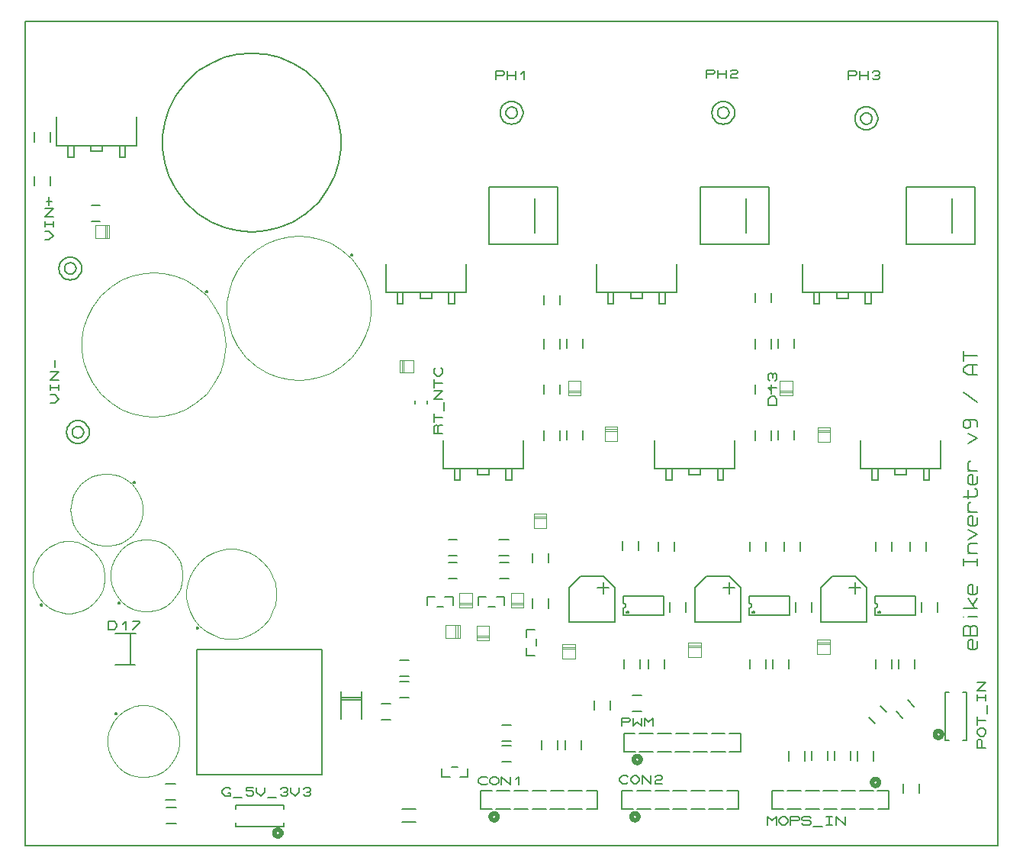
<source format=gbr>
G04 PROTEUS RS274X GERBER FILE*
%FSLAX45Y45*%
%MOMM*%
G01*
%ADD41C,0.203200*%
%ADD50C,0.200000*%
%ADD51C,0.101600*%
%ADD11C,0.508000*%
%ADD52C,0.152400*%
%ADD53C,0.120000*%
D41*
X-1079500Y-6413500D02*
X+9715500Y-6413500D01*
X+9715500Y+2730500D01*
X-1079500Y+2730500D01*
X-1079500Y-6413500D01*
X+6413500Y+254000D02*
X+7175500Y+254000D01*
X+7175500Y+889000D01*
X+6413500Y+889000D01*
X+6413500Y+254000D01*
X+6921500Y+762000D02*
X+6921500Y+381000D01*
X+8699500Y+254000D02*
X+9461500Y+254000D01*
X+9461500Y+889000D01*
X+8699500Y+889000D01*
X+8699500Y+254000D01*
X+9207500Y+762000D02*
X+9207500Y+381000D01*
X+4064000Y+254000D02*
X+4826000Y+254000D01*
X+4826000Y+889000D01*
X+4064000Y+889000D01*
X+4064000Y+254000D01*
X+4572000Y+762000D02*
X+4572000Y+381000D01*
X+4445000Y+1714500D02*
X+4444573Y+1724909D01*
X+4441101Y+1745728D01*
X+4433845Y+1766547D01*
X+4422017Y+1787366D01*
X+4403920Y+1808024D01*
X+4383101Y+1823545D01*
X+4362282Y+1833530D01*
X+4341463Y+1839314D01*
X+4320644Y+1841472D01*
X+4318000Y+1841500D01*
X+4191000Y+1714500D02*
X+4191427Y+1724909D01*
X+4194899Y+1745728D01*
X+4202155Y+1766547D01*
X+4213983Y+1787366D01*
X+4232080Y+1808024D01*
X+4252899Y+1823545D01*
X+4273718Y+1833530D01*
X+4294537Y+1839314D01*
X+4315356Y+1841472D01*
X+4318000Y+1841500D01*
X+4191000Y+1714500D02*
X+4191427Y+1704091D01*
X+4194899Y+1683272D01*
X+4202155Y+1662453D01*
X+4213983Y+1641634D01*
X+4232080Y+1620976D01*
X+4252899Y+1605455D01*
X+4273718Y+1595470D01*
X+4294537Y+1589686D01*
X+4315356Y+1587528D01*
X+4318000Y+1587500D01*
X+4445000Y+1714500D02*
X+4444573Y+1704091D01*
X+4441101Y+1683272D01*
X+4433845Y+1662453D01*
X+4422017Y+1641634D01*
X+4403920Y+1620976D01*
X+4383101Y+1605455D01*
X+4362282Y+1595470D01*
X+4341463Y+1589686D01*
X+4320644Y+1587528D01*
X+4318000Y+1587500D01*
X+4381500Y+1714500D02*
X+4381283Y+1719747D01*
X+4379518Y+1730242D01*
X+4375826Y+1740737D01*
X+4369798Y+1751232D01*
X+4360576Y+1761612D01*
X+4350081Y+1769300D01*
X+4339586Y+1774218D01*
X+4329091Y+1777024D01*
X+4318596Y+1777997D01*
X+4318000Y+1778000D01*
X+4254500Y+1714500D02*
X+4254717Y+1719747D01*
X+4256482Y+1730242D01*
X+4260174Y+1740737D01*
X+4266202Y+1751232D01*
X+4275424Y+1761612D01*
X+4285919Y+1769300D01*
X+4296414Y+1774218D01*
X+4306909Y+1777024D01*
X+4317404Y+1777997D01*
X+4318000Y+1778000D01*
X+4254500Y+1714500D02*
X+4254717Y+1709253D01*
X+4256482Y+1698758D01*
X+4260174Y+1688263D01*
X+4266202Y+1677768D01*
X+4275424Y+1667388D01*
X+4285919Y+1659700D01*
X+4296414Y+1654782D01*
X+4306909Y+1651976D01*
X+4317404Y+1651003D01*
X+4318000Y+1651000D01*
X+4381500Y+1714500D02*
X+4381283Y+1709253D01*
X+4379518Y+1698758D01*
X+4375826Y+1688263D01*
X+4369798Y+1677768D01*
X+4360576Y+1667388D01*
X+4350081Y+1659700D01*
X+4339586Y+1654782D01*
X+4329091Y+1651976D01*
X+4318596Y+1651003D01*
X+4318000Y+1651000D01*
X+4140200Y+2085340D02*
X+4140200Y+2176780D01*
X+4219575Y+2176780D01*
X+4235450Y+2161540D01*
X+4235450Y+2146300D01*
X+4219575Y+2131060D01*
X+4140200Y+2131060D01*
X+4267200Y+2085340D02*
X+4267200Y+2176780D01*
X+4362450Y+2176780D02*
X+4362450Y+2085340D01*
X+4267200Y+2131060D02*
X+4362450Y+2131060D01*
X+4425950Y+2146300D02*
X+4457700Y+2176780D01*
X+4457700Y+2085340D01*
X+6794500Y+1714500D02*
X+6794073Y+1724909D01*
X+6790601Y+1745728D01*
X+6783345Y+1766547D01*
X+6771517Y+1787366D01*
X+6753420Y+1808024D01*
X+6732601Y+1823545D01*
X+6711782Y+1833530D01*
X+6690963Y+1839314D01*
X+6670144Y+1841472D01*
X+6667500Y+1841500D01*
X+6540500Y+1714500D02*
X+6540927Y+1724909D01*
X+6544399Y+1745728D01*
X+6551655Y+1766547D01*
X+6563483Y+1787366D01*
X+6581580Y+1808024D01*
X+6602399Y+1823545D01*
X+6623218Y+1833530D01*
X+6644037Y+1839314D01*
X+6664856Y+1841472D01*
X+6667500Y+1841500D01*
X+6540500Y+1714500D02*
X+6540927Y+1704091D01*
X+6544399Y+1683272D01*
X+6551655Y+1662453D01*
X+6563483Y+1641634D01*
X+6581580Y+1620976D01*
X+6602399Y+1605455D01*
X+6623218Y+1595470D01*
X+6644037Y+1589686D01*
X+6664856Y+1587528D01*
X+6667500Y+1587500D01*
X+6794500Y+1714500D02*
X+6794073Y+1704091D01*
X+6790601Y+1683272D01*
X+6783345Y+1662453D01*
X+6771517Y+1641634D01*
X+6753420Y+1620976D01*
X+6732601Y+1605455D01*
X+6711782Y+1595470D01*
X+6690963Y+1589686D01*
X+6670144Y+1587528D01*
X+6667500Y+1587500D01*
X+6731000Y+1714500D02*
X+6730783Y+1719747D01*
X+6729018Y+1730242D01*
X+6725326Y+1740737D01*
X+6719298Y+1751232D01*
X+6710076Y+1761612D01*
X+6699581Y+1769300D01*
X+6689086Y+1774218D01*
X+6678591Y+1777024D01*
X+6668096Y+1777997D01*
X+6667500Y+1778000D01*
X+6604000Y+1714500D02*
X+6604217Y+1719747D01*
X+6605982Y+1730242D01*
X+6609674Y+1740737D01*
X+6615702Y+1751232D01*
X+6624924Y+1761612D01*
X+6635419Y+1769300D01*
X+6645914Y+1774218D01*
X+6656409Y+1777024D01*
X+6666904Y+1777997D01*
X+6667500Y+1778000D01*
X+6604000Y+1714500D02*
X+6604217Y+1709253D01*
X+6605982Y+1698758D01*
X+6609674Y+1688263D01*
X+6615702Y+1677768D01*
X+6624924Y+1667388D01*
X+6635419Y+1659700D01*
X+6645914Y+1654782D01*
X+6656409Y+1651976D01*
X+6666904Y+1651003D01*
X+6667500Y+1651000D01*
X+6731000Y+1714500D02*
X+6730783Y+1709253D01*
X+6729018Y+1698758D01*
X+6725326Y+1688263D01*
X+6719298Y+1677768D01*
X+6710076Y+1667388D01*
X+6699581Y+1659700D01*
X+6689086Y+1654782D01*
X+6678591Y+1651976D01*
X+6668096Y+1651003D01*
X+6667500Y+1651000D01*
X+6477000Y+2098040D02*
X+6477000Y+2189480D01*
X+6556375Y+2189480D01*
X+6572250Y+2174240D01*
X+6572250Y+2159000D01*
X+6556375Y+2143760D01*
X+6477000Y+2143760D01*
X+6604000Y+2098040D02*
X+6604000Y+2189480D01*
X+6699250Y+2189480D02*
X+6699250Y+2098040D01*
X+6604000Y+2143760D02*
X+6699250Y+2143760D01*
X+6746875Y+2174240D02*
X+6762750Y+2189480D01*
X+6810375Y+2189480D01*
X+6826250Y+2174240D01*
X+6826250Y+2159000D01*
X+6810375Y+2143760D01*
X+6762750Y+2143760D01*
X+6746875Y+2128520D01*
X+6746875Y+2098040D01*
X+6826250Y+2098040D01*
X+8382000Y+1651000D02*
X+8381573Y+1661409D01*
X+8378101Y+1682228D01*
X+8370845Y+1703047D01*
X+8359017Y+1723866D01*
X+8340920Y+1744524D01*
X+8320101Y+1760045D01*
X+8299282Y+1770030D01*
X+8278463Y+1775814D01*
X+8257644Y+1777972D01*
X+8255000Y+1778000D01*
X+8128000Y+1651000D02*
X+8128427Y+1661409D01*
X+8131899Y+1682228D01*
X+8139155Y+1703047D01*
X+8150983Y+1723866D01*
X+8169080Y+1744524D01*
X+8189899Y+1760045D01*
X+8210718Y+1770030D01*
X+8231537Y+1775814D01*
X+8252356Y+1777972D01*
X+8255000Y+1778000D01*
X+8128000Y+1651000D02*
X+8128427Y+1640591D01*
X+8131899Y+1619772D01*
X+8139155Y+1598953D01*
X+8150983Y+1578134D01*
X+8169080Y+1557476D01*
X+8189899Y+1541955D01*
X+8210718Y+1531970D01*
X+8231537Y+1526186D01*
X+8252356Y+1524028D01*
X+8255000Y+1524000D01*
X+8382000Y+1651000D02*
X+8381573Y+1640591D01*
X+8378101Y+1619772D01*
X+8370845Y+1598953D01*
X+8359017Y+1578134D01*
X+8340920Y+1557476D01*
X+8320101Y+1541955D01*
X+8299282Y+1531970D01*
X+8278463Y+1526186D01*
X+8257644Y+1524028D01*
X+8255000Y+1524000D01*
X+8318500Y+1651000D02*
X+8318283Y+1656247D01*
X+8316518Y+1666742D01*
X+8312826Y+1677237D01*
X+8306798Y+1687732D01*
X+8297576Y+1698112D01*
X+8287081Y+1705800D01*
X+8276586Y+1710718D01*
X+8266091Y+1713524D01*
X+8255596Y+1714497D01*
X+8255000Y+1714500D01*
X+8191500Y+1651000D02*
X+8191717Y+1656247D01*
X+8193482Y+1666742D01*
X+8197174Y+1677237D01*
X+8203202Y+1687732D01*
X+8212424Y+1698112D01*
X+8222919Y+1705800D01*
X+8233414Y+1710718D01*
X+8243909Y+1713524D01*
X+8254404Y+1714497D01*
X+8255000Y+1714500D01*
X+8191500Y+1651000D02*
X+8191717Y+1645753D01*
X+8193482Y+1635258D01*
X+8197174Y+1624763D01*
X+8203202Y+1614268D01*
X+8212424Y+1603888D01*
X+8222919Y+1596200D01*
X+8233414Y+1591282D01*
X+8243909Y+1588476D01*
X+8254404Y+1587503D01*
X+8255000Y+1587500D01*
X+8318500Y+1651000D02*
X+8318283Y+1645753D01*
X+8316518Y+1635258D01*
X+8312826Y+1624763D01*
X+8306798Y+1614268D01*
X+8297576Y+1603888D01*
X+8287081Y+1596200D01*
X+8276586Y+1591282D01*
X+8266091Y+1588476D01*
X+8255596Y+1587503D01*
X+8255000Y+1587500D01*
X+8051800Y+2085340D02*
X+8051800Y+2176780D01*
X+8131175Y+2176780D01*
X+8147050Y+2161540D01*
X+8147050Y+2146300D01*
X+8131175Y+2131060D01*
X+8051800Y+2131060D01*
X+8178800Y+2085340D02*
X+8178800Y+2176780D01*
X+8274050Y+2176780D02*
X+8274050Y+2085340D01*
X+8178800Y+2131060D02*
X+8274050Y+2131060D01*
X+8321675Y+2161540D02*
X+8337550Y+2176780D01*
X+8385175Y+2176780D01*
X+8401050Y+2161540D01*
X+8401050Y+2146300D01*
X+8385175Y+2131060D01*
X+8401050Y+2115820D01*
X+8401050Y+2100580D01*
X+8385175Y+2085340D01*
X+8337550Y+2085340D01*
X+8321675Y+2100580D01*
X+8353425Y+2131060D02*
X+8385175Y+2131060D01*
X+825500Y-5626100D02*
X+2209800Y-5626100D01*
X+2209800Y-4241800D01*
X+825500Y-4241800D01*
X+825500Y-5626100D01*
X+2425700Y-4772600D02*
X+2654300Y-4772600D01*
X+2654300Y-4798000D02*
X+2425700Y-4798000D01*
X+2425700Y-5013900D02*
X+2425700Y-4709100D01*
X+2654300Y-5013900D02*
X+2654300Y-4709100D01*
D50*
X+482842Y-6168500D02*
X+592842Y-6168500D01*
X+482842Y-5988500D02*
X+592842Y-5988500D01*
X+3179500Y-4355000D02*
X+3079500Y-4355000D01*
X+3179500Y-4535000D02*
X+3079500Y-4535000D01*
D41*
X-368300Y-1828800D02*
X-368727Y-1818391D01*
X-372199Y-1797572D01*
X-379455Y-1776753D01*
X-391283Y-1755934D01*
X-409380Y-1735276D01*
X-430199Y-1719755D01*
X-451018Y-1709770D01*
X-471837Y-1703986D01*
X-492656Y-1701828D01*
X-495300Y-1701800D01*
X-622300Y-1828800D02*
X-621873Y-1818391D01*
X-618401Y-1797572D01*
X-611145Y-1776753D01*
X-599317Y-1755934D01*
X-581220Y-1735276D01*
X-560401Y-1719755D01*
X-539582Y-1709770D01*
X-518763Y-1703986D01*
X-497944Y-1701828D01*
X-495300Y-1701800D01*
X-622300Y-1828800D02*
X-621873Y-1839209D01*
X-618401Y-1860028D01*
X-611145Y-1880847D01*
X-599317Y-1901666D01*
X-581220Y-1922324D01*
X-560401Y-1937845D01*
X-539582Y-1947830D01*
X-518763Y-1953614D01*
X-497944Y-1955772D01*
X-495300Y-1955800D01*
X-368300Y-1828800D02*
X-368727Y-1839209D01*
X-372199Y-1860028D01*
X-379455Y-1880847D01*
X-391283Y-1901666D01*
X-409380Y-1922324D01*
X-430199Y-1937845D01*
X-451018Y-1947830D01*
X-471837Y-1953614D01*
X-492656Y-1955772D01*
X-495300Y-1955800D01*
X-431800Y-1828800D02*
X-432017Y-1823553D01*
X-433782Y-1813058D01*
X-437474Y-1802563D01*
X-443502Y-1792068D01*
X-452724Y-1781688D01*
X-463219Y-1774000D01*
X-473714Y-1769082D01*
X-484209Y-1766276D01*
X-494704Y-1765303D01*
X-495300Y-1765300D01*
X-558800Y-1828800D02*
X-558583Y-1823553D01*
X-556818Y-1813058D01*
X-553126Y-1802563D01*
X-547098Y-1792068D01*
X-537876Y-1781688D01*
X-527381Y-1774000D01*
X-516886Y-1769082D01*
X-506391Y-1766276D01*
X-495896Y-1765303D01*
X-495300Y-1765300D01*
X-558800Y-1828800D02*
X-558583Y-1834047D01*
X-556818Y-1844542D01*
X-553126Y-1855037D01*
X-547098Y-1865532D01*
X-537876Y-1875912D01*
X-527381Y-1883600D01*
X-516886Y-1888518D01*
X-506391Y-1891324D01*
X-495896Y-1892297D01*
X-495300Y-1892300D01*
X-431800Y-1828800D02*
X-432017Y-1834047D01*
X-433782Y-1844542D01*
X-437474Y-1855037D01*
X-443502Y-1865532D01*
X-452724Y-1875912D01*
X-463219Y-1883600D01*
X-473714Y-1888518D01*
X-484209Y-1891324D01*
X-494704Y-1892297D01*
X-495300Y-1892300D01*
X-800099Y-1506371D02*
X-754379Y-1506371D01*
X-708659Y-1458746D01*
X-754379Y-1411121D01*
X-800099Y-1411121D01*
X-800099Y-1363496D02*
X-800099Y-1299996D01*
X-800099Y-1331746D02*
X-708659Y-1331746D01*
X-708659Y-1363496D02*
X-708659Y-1299996D01*
X-708659Y-1252371D02*
X-800099Y-1252371D01*
X-708659Y-1157121D01*
X-800099Y-1157121D01*
X-754379Y-1109496D02*
X-754379Y-1030121D01*
X-453503Y-12700D02*
X-453930Y-2291D01*
X-457402Y+18528D01*
X-464658Y+39347D01*
X-476486Y+60166D01*
X-494583Y+80824D01*
X-515402Y+96345D01*
X-536221Y+106330D01*
X-557040Y+112114D01*
X-577859Y+114272D01*
X-580503Y+114300D01*
X-707503Y-12700D02*
X-707076Y-2291D01*
X-703604Y+18528D01*
X-696348Y+39347D01*
X-684520Y+60166D01*
X-666423Y+80824D01*
X-645604Y+96345D01*
X-624785Y+106330D01*
X-603966Y+112114D01*
X-583147Y+114272D01*
X-580503Y+114300D01*
X-707503Y-12700D02*
X-707076Y-23109D01*
X-703604Y-43928D01*
X-696348Y-64747D01*
X-684520Y-85566D01*
X-666423Y-106224D01*
X-645604Y-121745D01*
X-624785Y-131730D01*
X-603966Y-137514D01*
X-583147Y-139672D01*
X-580503Y-139700D01*
X-453503Y-12700D02*
X-453930Y-23109D01*
X-457402Y-43928D01*
X-464658Y-64747D01*
X-476486Y-85566D01*
X-494583Y-106224D01*
X-515402Y-121745D01*
X-536221Y-131730D01*
X-557040Y-137514D01*
X-577859Y-139672D01*
X-580503Y-139700D01*
X-517003Y-12700D02*
X-517220Y-7453D01*
X-518985Y+3042D01*
X-522677Y+13537D01*
X-528705Y+24032D01*
X-537927Y+34412D01*
X-548422Y+42100D01*
X-558917Y+47018D01*
X-569412Y+49824D01*
X-579907Y+50797D01*
X-580503Y+50800D01*
X-644003Y-12700D02*
X-643786Y-7453D01*
X-642021Y+3042D01*
X-638329Y+13537D01*
X-632301Y+24032D01*
X-623079Y+34412D01*
X-612584Y+42100D01*
X-602089Y+47018D01*
X-591594Y+49824D01*
X-581099Y+50797D01*
X-580503Y+50800D01*
X-644003Y-12700D02*
X-643786Y-17947D01*
X-642021Y-28442D01*
X-638329Y-38937D01*
X-632301Y-49432D01*
X-623079Y-59812D01*
X-612584Y-67500D01*
X-602089Y-72418D01*
X-591594Y-75224D01*
X-581099Y-76197D01*
X-580503Y-76200D01*
X-517003Y-12700D02*
X-517220Y-17947D01*
X-518985Y-28442D01*
X-522677Y-38937D01*
X-528705Y-49432D01*
X-537927Y-59812D01*
X-548422Y-67500D01*
X-558917Y-72418D01*
X-569412Y-75224D01*
X-579907Y-76197D01*
X-580503Y-76200D01*
X-862443Y+304800D02*
X-816723Y+304800D01*
X-771003Y+352425D01*
X-816723Y+400050D01*
X-862443Y+400050D01*
X-862443Y+447675D02*
X-862443Y+511175D01*
X-862443Y+479425D02*
X-771003Y+479425D01*
X-771003Y+447675D02*
X-771003Y+511175D01*
X-771003Y+558800D02*
X-862443Y+558800D01*
X-771003Y+654050D01*
X-862443Y+654050D01*
X-816723Y+685800D02*
X-816723Y+781050D01*
X-847203Y+733425D02*
X-786243Y+733425D01*
D50*
X+5942500Y-3043500D02*
X+5942500Y-3143500D01*
X+6122500Y-3043500D02*
X+6122500Y-3143500D01*
X+5548800Y-3041400D02*
X+5548800Y-3141400D01*
X+5728800Y-3041400D02*
X+5728800Y-3141400D01*
D41*
X+5554980Y-3860800D02*
X+5554980Y-3779838D01*
X+5565601Y-3777756D01*
X+5574167Y-3772036D01*
X+5579886Y-3763471D01*
X+5581968Y-3752850D01*
X+5554980Y-3725862D02*
X+5565601Y-3727944D01*
X+5574167Y-3733664D01*
X+5579886Y-3742229D01*
X+5581968Y-3752850D01*
X+5554980Y-3725862D02*
X+5554980Y-3644900D01*
X+6002020Y-3784600D02*
X+6002020Y-3721100D01*
X+5588000Y-3860800D02*
X+5969000Y-3860800D01*
X+5588000Y-3644900D02*
X+5969000Y-3644900D01*
X+5588000Y-3860800D02*
X+5554980Y-3860800D01*
X+5554980Y-3644900D02*
X+5588000Y-3644900D01*
X+6002020Y-3721100D02*
X+6002020Y-3644900D01*
X+5969000Y-3644900D01*
X+5969000Y-3860800D02*
X+6002020Y-3860800D01*
X+6002020Y-3784600D01*
X+5614416Y-3825240D02*
X+5614381Y-3824395D01*
X+5614094Y-3822704D01*
X+5613495Y-3821013D01*
X+5612515Y-3819322D01*
X+5611015Y-3817654D01*
X+5609324Y-3816434D01*
X+5607633Y-3815658D01*
X+5605942Y-3815221D01*
X+5604256Y-3815080D01*
X+5594096Y-3825240D02*
X+5594131Y-3824395D01*
X+5594418Y-3822704D01*
X+5595017Y-3821013D01*
X+5595997Y-3819322D01*
X+5597497Y-3817654D01*
X+5599188Y-3816434D01*
X+5600879Y-3815658D01*
X+5602570Y-3815221D01*
X+5604256Y-3815080D01*
X+5594096Y-3825240D02*
X+5594131Y-3826085D01*
X+5594418Y-3827776D01*
X+5595017Y-3829467D01*
X+5595997Y-3831158D01*
X+5597497Y-3832826D01*
X+5599188Y-3834046D01*
X+5600879Y-3834822D01*
X+5602570Y-3835259D01*
X+5604256Y-3835400D01*
X+5614416Y-3825240D02*
X+5614381Y-3826085D01*
X+5614094Y-3827776D01*
X+5613495Y-3829467D01*
X+5612515Y-3831158D01*
X+5611015Y-3832826D01*
X+5609324Y-3834046D01*
X+5607633Y-3834822D01*
X+5605942Y-3835259D01*
X+5604256Y-3835400D01*
X+6951980Y-3860800D02*
X+6951980Y-3779838D01*
X+6962601Y-3777756D01*
X+6971167Y-3772036D01*
X+6976886Y-3763471D01*
X+6978968Y-3752850D01*
X+6951980Y-3725862D02*
X+6962601Y-3727944D01*
X+6971167Y-3733664D01*
X+6976886Y-3742229D01*
X+6978968Y-3752850D01*
X+6951980Y-3725862D02*
X+6951980Y-3644900D01*
X+7399020Y-3784600D02*
X+7399020Y-3721100D01*
X+6985000Y-3860800D02*
X+7366000Y-3860800D01*
X+6985000Y-3644900D02*
X+7366000Y-3644900D01*
X+6985000Y-3860800D02*
X+6951980Y-3860800D01*
X+6951980Y-3644900D02*
X+6985000Y-3644900D01*
X+7399020Y-3721100D02*
X+7399020Y-3644900D01*
X+7366000Y-3644900D01*
X+7366000Y-3860800D02*
X+7399020Y-3860800D01*
X+7399020Y-3784600D01*
X+7011416Y-3825240D02*
X+7011381Y-3824395D01*
X+7011094Y-3822704D01*
X+7010495Y-3821013D01*
X+7009515Y-3819322D01*
X+7008015Y-3817654D01*
X+7006324Y-3816434D01*
X+7004633Y-3815658D01*
X+7002942Y-3815221D01*
X+7001256Y-3815080D01*
X+6991096Y-3825240D02*
X+6991131Y-3824395D01*
X+6991418Y-3822704D01*
X+6992017Y-3821013D01*
X+6992997Y-3819322D01*
X+6994497Y-3817654D01*
X+6996188Y-3816434D01*
X+6997879Y-3815658D01*
X+6999570Y-3815221D01*
X+7001256Y-3815080D01*
X+6991096Y-3825240D02*
X+6991131Y-3826085D01*
X+6991418Y-3827776D01*
X+6992017Y-3829467D01*
X+6992997Y-3831158D01*
X+6994497Y-3832826D01*
X+6996188Y-3834046D01*
X+6997879Y-3834822D01*
X+6999570Y-3835259D01*
X+7001256Y-3835400D01*
X+7011416Y-3825240D02*
X+7011381Y-3826085D01*
X+7011094Y-3827776D01*
X+7010495Y-3829467D01*
X+7009515Y-3831158D01*
X+7008015Y-3832826D01*
X+7006324Y-3834046D01*
X+7004633Y-3834822D01*
X+7002942Y-3835259D01*
X+7001256Y-3835400D01*
X+8348980Y-3860800D02*
X+8348980Y-3779838D01*
X+8359601Y-3777756D01*
X+8368167Y-3772036D01*
X+8373886Y-3763471D01*
X+8375968Y-3752850D01*
X+8348980Y-3725862D02*
X+8359601Y-3727944D01*
X+8368167Y-3733664D01*
X+8373886Y-3742229D01*
X+8375968Y-3752850D01*
X+8348980Y-3725862D02*
X+8348980Y-3644900D01*
X+8796020Y-3784600D02*
X+8796020Y-3721100D01*
X+8382000Y-3860800D02*
X+8763000Y-3860800D01*
X+8382000Y-3644900D02*
X+8763000Y-3644900D01*
X+8382000Y-3860800D02*
X+8348980Y-3860800D01*
X+8348980Y-3644900D02*
X+8382000Y-3644900D01*
X+8796020Y-3721100D02*
X+8796020Y-3644900D01*
X+8763000Y-3644900D01*
X+8763000Y-3860800D02*
X+8796020Y-3860800D01*
X+8796020Y-3784600D01*
X+8408416Y-3825240D02*
X+8408381Y-3824395D01*
X+8408094Y-3822704D01*
X+8407495Y-3821013D01*
X+8406515Y-3819322D01*
X+8405015Y-3817654D01*
X+8403324Y-3816434D01*
X+8401633Y-3815658D01*
X+8399942Y-3815221D01*
X+8398256Y-3815080D01*
X+8388096Y-3825240D02*
X+8388131Y-3824395D01*
X+8388418Y-3822704D01*
X+8389017Y-3821013D01*
X+8389997Y-3819322D01*
X+8391497Y-3817654D01*
X+8393188Y-3816434D01*
X+8394879Y-3815658D01*
X+8396570Y-3815221D01*
X+8398256Y-3815080D01*
X+8388096Y-3825240D02*
X+8388131Y-3826085D01*
X+8388418Y-3827776D01*
X+8389017Y-3829467D01*
X+8389997Y-3831158D01*
X+8391497Y-3832826D01*
X+8393188Y-3834046D01*
X+8394879Y-3834822D01*
X+8396570Y-3835259D01*
X+8398256Y-3835400D01*
X+8408416Y-3825240D02*
X+8408381Y-3826085D01*
X+8408094Y-3827776D01*
X+8407495Y-3829467D01*
X+8406515Y-3831158D01*
X+8405015Y-3832826D01*
X+8403324Y-3834046D01*
X+8401633Y-3834822D01*
X+8399942Y-3835259D01*
X+8398256Y-3835400D01*
D50*
X+6958500Y-3043500D02*
X+6958500Y-3143500D01*
X+7138500Y-3043500D02*
X+7138500Y-3143500D01*
D41*
X+5461000Y-3556000D02*
X+5334000Y-3429000D01*
X+5080000Y-3429000D01*
X+4953000Y-3556000D01*
X+4953000Y-3937000D01*
X+5461000Y-3937000D01*
X+5461000Y-3556000D01*
X+5334000Y-3492500D02*
X+5334000Y-3619500D01*
X+5397500Y-3556000D02*
X+5270500Y-3556000D01*
X+6858000Y-3556000D02*
X+6731000Y-3429000D01*
X+6477000Y-3429000D01*
X+6350000Y-3556000D01*
X+6350000Y-3937000D01*
X+6858000Y-3937000D01*
X+6858000Y-3556000D01*
X+6731000Y-3492500D02*
X+6731000Y-3619500D01*
X+6794500Y-3556000D02*
X+6667500Y-3556000D01*
X+8255000Y-3556000D02*
X+8128000Y-3429000D01*
X+7874000Y-3429000D01*
X+7747000Y-3556000D01*
X+7747000Y-3937000D01*
X+8255000Y-3937000D01*
X+8255000Y-3556000D01*
X+8128000Y-3492500D02*
X+8128000Y-3619500D01*
X+8191500Y-3556000D02*
X+8064500Y-3556000D01*
D51*
X+5023000Y-4213960D02*
X+4883000Y-4213960D01*
X+5023000Y-4233960D02*
X+4883000Y-4233960D01*
X+4883000Y-4343960D02*
X+5023000Y-4343960D01*
X+5023000Y-4183960D01*
X+4883000Y-4183960D01*
X+4883000Y-4343960D01*
X+6420000Y-4194910D02*
X+6280000Y-4194910D01*
X+6420000Y-4214910D02*
X+6280000Y-4214910D01*
X+6280000Y-4324910D02*
X+6420000Y-4324910D01*
X+6420000Y-4164910D01*
X+6280000Y-4164910D01*
X+6280000Y-4324910D01*
X+7848750Y-4163160D02*
X+7708750Y-4163160D01*
X+7848750Y-4183160D02*
X+7708750Y-4183160D01*
X+7708750Y-4293160D02*
X+7848750Y-4293160D01*
X+7848750Y-4133160D01*
X+7708750Y-4133160D01*
X+7708750Y-4293160D01*
D50*
X+6069500Y-3714500D02*
X+6069500Y-3824500D01*
X+6249500Y-3714500D02*
X+6249500Y-3824500D01*
X+7466500Y-3714500D02*
X+7466500Y-3824500D01*
X+7646500Y-3714500D02*
X+7646500Y-3824500D01*
X+8863500Y-3714500D02*
X+8863500Y-3824500D01*
X+9043500Y-3714500D02*
X+9043500Y-3824500D01*
X+7339500Y-3043500D02*
X+7339500Y-3143500D01*
X+7519500Y-3043500D02*
X+7519500Y-3143500D01*
X+8355500Y-3043500D02*
X+8355500Y-3143500D01*
X+8535500Y-3043500D02*
X+8535500Y-3143500D01*
X+8736500Y-3043500D02*
X+8736500Y-3143500D01*
X+8916500Y-3043500D02*
X+8916500Y-3143500D01*
X+5741500Y-4449500D02*
X+5741500Y-4349500D01*
X+5561500Y-4449500D02*
X+5561500Y-4349500D01*
X+6013000Y-4449500D02*
X+6013000Y-4349500D01*
X+5833000Y-4449500D02*
X+5833000Y-4349500D01*
X+7138500Y-4449500D02*
X+7138500Y-4349500D01*
X+6958500Y-4449500D02*
X+6958500Y-4349500D01*
X+4926500Y-793500D02*
X+4926500Y-893500D01*
X+5106500Y-793500D02*
X+5106500Y-893500D01*
X+4672500Y-313000D02*
X+4672500Y-413000D01*
X+4852500Y-313000D02*
X+4852500Y-413000D01*
X+4926500Y-1809500D02*
X+4926500Y-1909500D01*
X+5106500Y-1809500D02*
X+5106500Y-1909500D01*
X+4672500Y-1301500D02*
X+4672500Y-1401500D01*
X+4852500Y-1301500D02*
X+4852500Y-1401500D01*
X+4672500Y-793500D02*
X+4672500Y-903500D01*
X+4852500Y-793500D02*
X+4852500Y-903500D01*
X+4672500Y-1809500D02*
X+4672500Y-1919500D01*
X+4852500Y-1809500D02*
X+4852500Y-1919500D01*
X+7022000Y-793500D02*
X+7022000Y-903500D01*
X+7202000Y-793500D02*
X+7202000Y-903500D01*
X+7022000Y-1809500D02*
X+7022000Y-1919500D01*
X+7202000Y-1809500D02*
X+7202000Y-1919500D01*
X+7276000Y-793500D02*
X+7276000Y-893500D01*
X+7456000Y-793500D02*
X+7456000Y-893500D01*
X+7022000Y-285500D02*
X+7022000Y-385500D01*
X+7202000Y-285500D02*
X+7202000Y-385500D01*
X+7276000Y-1809500D02*
X+7276000Y-1909500D01*
X+7456000Y-1809500D02*
X+7456000Y-1909500D01*
X+7022000Y-1301500D02*
X+7022000Y-1401500D01*
X+7202000Y-1301500D02*
X+7202000Y-1401500D01*
D41*
X+3667760Y-3655060D02*
X+3578860Y-3655060D01*
X+3561080Y-3766820D02*
X+3489960Y-3766820D01*
X+3667760Y-3655060D02*
X+3667760Y-3746500D01*
X+3378200Y-3749040D02*
X+3378200Y-3655060D01*
X+3464560Y-3655060D01*
X+4239260Y-3655060D02*
X+4150360Y-3655060D01*
X+4132580Y-3766820D02*
X+4061460Y-3766820D01*
X+4239260Y-3655060D02*
X+4239260Y-3746500D01*
X+3949700Y-3749040D02*
X+3949700Y-3655060D01*
X+4036060Y-3655060D01*
X+4480560Y-4015740D02*
X+4480560Y-4104640D01*
X+4592320Y-4122420D02*
X+4592320Y-4193540D01*
X+4480560Y-4015740D02*
X+4572000Y-4015740D01*
X+4574540Y-4305300D02*
X+4480560Y-4305300D01*
X+4480560Y-4218940D01*
D51*
X+3740000Y-3742590D02*
X+3880000Y-3742590D01*
X+3740000Y-3722590D02*
X+3880000Y-3722590D01*
X+3740000Y-3772590D02*
X+3880000Y-3772590D01*
X+3880000Y-3612590D01*
X+3740000Y-3612590D01*
X+3740000Y-3772590D01*
X+3717190Y-4108600D02*
X+3717190Y-3968600D01*
X+3697190Y-4108600D02*
X+3697190Y-3968600D01*
X+3587190Y-4108600D02*
X+3747190Y-4108600D01*
X+3747190Y-3968600D01*
X+3587190Y-3968600D01*
X+3587190Y-4108600D01*
X+4311500Y-3742590D02*
X+4451500Y-3742590D01*
X+4311500Y-3722590D02*
X+4451500Y-3722590D01*
X+4311500Y-3772590D02*
X+4451500Y-3772590D01*
X+4451500Y-3612590D01*
X+4311500Y-3612590D01*
X+4311500Y-3772590D01*
X+3930500Y-4104540D02*
X+4070500Y-4104540D01*
X+3930500Y-4084540D02*
X+4070500Y-4084540D01*
X+3930500Y-4134540D02*
X+4070500Y-4134540D01*
X+4070500Y-3974540D01*
X+3930500Y-3974540D01*
X+3930500Y-4134540D01*
D50*
X+3615000Y-3455500D02*
X+3715000Y-3455500D01*
X+3615000Y-3275500D02*
X+3715000Y-3275500D01*
X+3615000Y-3201500D02*
X+3715000Y-3201500D01*
X+3615000Y-3021500D02*
X+3715000Y-3021500D01*
X+4286500Y-3275500D02*
X+4186500Y-3275500D01*
X+4286500Y-3455500D02*
X+4186500Y-3455500D01*
X+4545500Y-3170500D02*
X+4545500Y-3270500D01*
X+4725500Y-3170500D02*
X+4725500Y-3270500D01*
X+4725500Y-3778500D02*
X+4725500Y-3668500D01*
X+4545500Y-3778500D02*
X+4545500Y-3668500D01*
X+4286500Y-3021500D02*
X+4176500Y-3021500D01*
X+4286500Y-3201500D02*
X+4176500Y-3201500D01*
X+8789500Y-4449500D02*
X+8789500Y-4349500D01*
X+8609500Y-4449500D02*
X+8609500Y-4349500D01*
X+8335500Y-5475500D02*
X+8335500Y-5365500D01*
X+8155500Y-5475500D02*
X+8155500Y-5365500D01*
X+7573500Y-5475499D02*
X+7573500Y-5365499D01*
X+7393500Y-5475499D02*
X+7393500Y-5365499D01*
D11*
X+9093200Y-5181500D02*
X+9093069Y-5178342D01*
X+9092003Y-5172024D01*
X+9089772Y-5165706D01*
X+9086127Y-5159388D01*
X+9080552Y-5153149D01*
X+9074234Y-5148553D01*
X+9067916Y-5145620D01*
X+9061598Y-5143958D01*
X+9055280Y-5143400D01*
X+9055100Y-5143400D01*
X+9017000Y-5181500D02*
X+9017131Y-5178342D01*
X+9018197Y-5172024D01*
X+9020428Y-5165706D01*
X+9024073Y-5159388D01*
X+9029648Y-5153149D01*
X+9035966Y-5148553D01*
X+9042284Y-5145620D01*
X+9048602Y-5143958D01*
X+9054920Y-5143400D01*
X+9055100Y-5143400D01*
X+9017000Y-5181500D02*
X+9017131Y-5184658D01*
X+9018197Y-5190976D01*
X+9020428Y-5197294D01*
X+9024073Y-5203612D01*
X+9029648Y-5209851D01*
X+9035966Y-5214447D01*
X+9042284Y-5217380D01*
X+9048602Y-5219042D01*
X+9054920Y-5219600D01*
X+9055100Y-5219600D01*
X+9093200Y-5181500D02*
X+9093069Y-5184658D01*
X+9092003Y-5190976D01*
X+9089772Y-5197294D01*
X+9086127Y-5203612D01*
X+9080552Y-5209851D01*
X+9074234Y-5214447D01*
X+9067916Y-5217380D01*
X+9061598Y-5219042D01*
X+9055280Y-5219600D01*
X+9055100Y-5219600D01*
D52*
X+9126220Y-4711650D02*
X+9126220Y-5251350D01*
X+9169735Y-5251350D01*
X+9364980Y-5251350D02*
X+9364980Y-4711650D01*
X+9321465Y-4711650D01*
X+9169735Y-4711650D02*
X+9126220Y-4711650D01*
X+9321465Y-5251350D02*
X+9364980Y-5251350D01*
D41*
X+9580070Y-5330417D02*
X+9488630Y-5330417D01*
X+9488630Y-5251042D01*
X+9503870Y-5235167D01*
X+9519110Y-5235167D01*
X+9534350Y-5251042D01*
X+9534350Y-5330417D01*
X+9519110Y-5203417D02*
X+9488630Y-5171667D01*
X+9488630Y-5139917D01*
X+9519110Y-5108167D01*
X+9549590Y-5108167D01*
X+9580070Y-5139917D01*
X+9580070Y-5171667D01*
X+9549590Y-5203417D01*
X+9519110Y-5203417D01*
X+9488630Y-5076417D02*
X+9488630Y-4981167D01*
X+9488630Y-5028792D02*
X+9580070Y-5028792D01*
X+9595310Y-4949417D02*
X+9595310Y-4854167D01*
X+9488630Y-4806542D02*
X+9488630Y-4743042D01*
X+9488630Y-4774792D02*
X+9580070Y-4774792D01*
X+9580070Y-4806542D02*
X+9580070Y-4743042D01*
X+9580070Y-4695417D02*
X+9488630Y-4695417D01*
X+9580070Y-4600167D01*
X+9488630Y-4600167D01*
D50*
X+7392500Y-4449500D02*
X+7392500Y-4349500D01*
X+7212500Y-4449500D02*
X+7212500Y-4349500D01*
X+8535500Y-4449500D02*
X+8535500Y-4349500D01*
X+8355500Y-4449500D02*
X+8355500Y-4349500D01*
X+8663500Y-5730301D02*
X+8663500Y-5830301D01*
X+8843500Y-5730301D02*
X+8843500Y-5830301D01*
X+7901500Y-5365500D02*
X+7901500Y-5465500D01*
X+8081500Y-5365500D02*
X+8081500Y-5465500D01*
X+7647500Y-5365500D02*
X+7647500Y-5465500D01*
X+7827500Y-5365500D02*
X+7827500Y-5465500D01*
D11*
X+8394600Y-5715000D02*
X+8394469Y-5711842D01*
X+8393403Y-5705524D01*
X+8391172Y-5699206D01*
X+8387527Y-5692888D01*
X+8381952Y-5686649D01*
X+8375634Y-5682053D01*
X+8369316Y-5679120D01*
X+8362998Y-5677458D01*
X+8356680Y-5676900D01*
X+8356500Y-5676900D01*
X+8318400Y-5715000D02*
X+8318531Y-5711842D01*
X+8319597Y-5705524D01*
X+8321828Y-5699206D01*
X+8325473Y-5692888D01*
X+8331048Y-5686649D01*
X+8337366Y-5682053D01*
X+8343684Y-5679120D01*
X+8350002Y-5677458D01*
X+8356320Y-5676900D01*
X+8356500Y-5676900D01*
X+8318400Y-5715000D02*
X+8318531Y-5718158D01*
X+8319597Y-5724476D01*
X+8321828Y-5730794D01*
X+8325473Y-5737112D01*
X+8331048Y-5743351D01*
X+8337366Y-5747947D01*
X+8343684Y-5750880D01*
X+8350002Y-5752542D01*
X+8356320Y-5753100D01*
X+8356500Y-5753100D01*
X+8394600Y-5715000D02*
X+8394469Y-5718158D01*
X+8393403Y-5724476D01*
X+8391172Y-5730794D01*
X+8387527Y-5737112D01*
X+8381952Y-5743351D01*
X+8375634Y-5747947D01*
X+8369316Y-5750880D01*
X+8362998Y-5752542D01*
X+8356680Y-5753100D01*
X+8356500Y-5753100D01*
D52*
X+8505470Y-5804840D02*
X+8378907Y-5804840D01*
X+7207530Y-5804840D02*
X+7207530Y-6005500D01*
X+7331309Y-6005500D01*
X+8505470Y-6005500D02*
X+8505470Y-5804840D01*
X+7334093Y-5804840D02*
X+7207530Y-5804840D01*
X+7381691Y-6005500D02*
X+7531309Y-6005500D01*
X+7534093Y-5804840D02*
X+7378907Y-5804840D01*
X+7581691Y-6005500D02*
X+7731309Y-6005500D01*
X+7734093Y-5804840D02*
X+7578907Y-5804840D01*
X+7781691Y-6005500D02*
X+7931309Y-6005500D01*
X+7934093Y-5804840D02*
X+7778907Y-5804840D01*
X+7981691Y-6005500D02*
X+8131309Y-6005500D01*
X+8134093Y-5804840D02*
X+7978907Y-5804840D01*
X+8181691Y-6005500D02*
X+8331309Y-6005500D01*
X+8381691Y-6005500D02*
X+8505470Y-6005500D01*
X+8334093Y-5804840D02*
X+8178907Y-5804840D01*
D41*
X+7160134Y-6185840D02*
X+7160134Y-6094400D01*
X+7207759Y-6140120D01*
X+7255384Y-6094400D01*
X+7255384Y-6185840D01*
X+7287134Y-6124880D02*
X+7318884Y-6094400D01*
X+7350634Y-6094400D01*
X+7382384Y-6124880D01*
X+7382384Y-6155360D01*
X+7350634Y-6185840D01*
X+7318884Y-6185840D01*
X+7287134Y-6155360D01*
X+7287134Y-6124880D01*
X+7414134Y-6185840D02*
X+7414134Y-6094400D01*
X+7493509Y-6094400D01*
X+7509384Y-6109640D01*
X+7509384Y-6124880D01*
X+7493509Y-6140120D01*
X+7414134Y-6140120D01*
X+7541134Y-6170600D02*
X+7557009Y-6185840D01*
X+7620509Y-6185840D01*
X+7636384Y-6170600D01*
X+7636384Y-6155360D01*
X+7620509Y-6140120D01*
X+7557009Y-6140120D01*
X+7541134Y-6124880D01*
X+7541134Y-6109640D01*
X+7557009Y-6094400D01*
X+7620509Y-6094400D01*
X+7636384Y-6109640D01*
X+7668134Y-6201080D02*
X+7763384Y-6201080D01*
X+7811009Y-6094400D02*
X+7874509Y-6094400D01*
X+7842759Y-6094400D02*
X+7842759Y-6185840D01*
X+7811009Y-6185840D02*
X+7874509Y-6185840D01*
X+7922134Y-6185840D02*
X+7922134Y-6094400D01*
X+8017384Y-6185840D01*
X+8017384Y-6094400D01*
X+2427005Y+1383567D02*
X+2424305Y+1456704D01*
X+2402433Y+1602979D01*
X+2357135Y+1749254D01*
X+2284670Y+1895529D01*
X+2177123Y+2041804D01*
X+2033352Y+2174748D01*
X+1887077Y+2266510D01*
X+1740802Y+2327186D01*
X+1594527Y+2362573D01*
X+1448252Y+2375381D01*
X+1435104Y+2375468D01*
X+443203Y+1383567D02*
X+445903Y+1456704D01*
X+467775Y+1602979D01*
X+513073Y+1749254D01*
X+585538Y+1895529D01*
X+693085Y+2041804D01*
X+836856Y+2174748D01*
X+983131Y+2266510D01*
X+1129406Y+2327186D01*
X+1275681Y+2362573D01*
X+1421956Y+2375381D01*
X+1435104Y+2375468D01*
X+443203Y+1383567D02*
X+445903Y+1310430D01*
X+467775Y+1164155D01*
X+513073Y+1017880D01*
X+585538Y+871605D01*
X+693085Y+725330D01*
X+836856Y+592386D01*
X+983131Y+500624D01*
X+1129406Y+439948D01*
X+1275681Y+404561D01*
X+1421956Y+391753D01*
X+1435104Y+391666D01*
X+2427005Y+1383567D02*
X+2424305Y+1310430D01*
X+2402433Y+1164155D01*
X+2357135Y+1017880D01*
X+2284670Y+871605D01*
X+2177123Y+725330D01*
X+2033352Y+592386D01*
X+1887077Y+500624D01*
X+1740802Y+439948D01*
X+1594527Y+404561D01*
X+1448252Y+391753D01*
X+1435104Y+391666D01*
D53*
X+2755800Y-451200D02*
X+2753522Y-390868D01*
X+2735056Y-270203D01*
X+2696745Y-149538D01*
X+2635241Y-28873D01*
X+2543303Y+91792D01*
X+2423514Y+197833D01*
X+2302849Y+269603D01*
X+2182184Y+316101D01*
X+2061519Y+341784D01*
X+1955800Y+348800D01*
X+1155800Y-451200D02*
X+1158078Y-390868D01*
X+1176544Y-270203D01*
X+1214855Y-149538D01*
X+1276359Y-28873D01*
X+1368297Y+91792D01*
X+1488086Y+197833D01*
X+1608751Y+269603D01*
X+1729416Y+316101D01*
X+1850081Y+341784D01*
X+1955800Y+348800D01*
X+1155800Y-451200D02*
X+1158078Y-511532D01*
X+1176544Y-632197D01*
X+1214855Y-752862D01*
X+1276359Y-873527D01*
X+1368297Y-994192D01*
X+1488086Y-1100233D01*
X+1608751Y-1172003D01*
X+1729416Y-1218501D01*
X+1850081Y-1244184D01*
X+1955800Y-1251200D01*
X+2755800Y-451200D02*
X+2753522Y-511532D01*
X+2735056Y-632197D01*
X+2696745Y-752862D01*
X+2635241Y-873527D01*
X+2543303Y-994192D01*
X+2423514Y-1100233D01*
X+2302849Y-1172003D01*
X+2182184Y-1218501D01*
X+2061519Y-1244184D01*
X+1955800Y-1251200D01*
D50*
X+2553800Y+136800D02*
X+2553765Y+137631D01*
X+2553484Y+139295D01*
X+2552894Y+140959D01*
X+2551930Y+142623D01*
X+2550455Y+144264D01*
X+2548791Y+145465D01*
X+2547127Y+146230D01*
X+2545463Y+146661D01*
X+2543800Y+146800D01*
X+2533800Y+136800D02*
X+2533835Y+137631D01*
X+2534116Y+139295D01*
X+2534706Y+140959D01*
X+2535670Y+142623D01*
X+2537145Y+144264D01*
X+2538809Y+145465D01*
X+2540473Y+146230D01*
X+2542137Y+146661D01*
X+2543800Y+146800D01*
X+2533800Y+136800D02*
X+2533835Y+135969D01*
X+2534116Y+134305D01*
X+2534706Y+132641D01*
X+2535670Y+130977D01*
X+2537145Y+129336D01*
X+2538809Y+128135D01*
X+2540473Y+127370D01*
X+2542137Y+126939D01*
X+2543800Y+126800D01*
X+2553800Y+136800D02*
X+2553765Y+135969D01*
X+2553484Y+134305D01*
X+2552894Y+132641D01*
X+2551930Y+130977D01*
X+2550455Y+129336D01*
X+2548791Y+128135D01*
X+2547127Y+127370D01*
X+2545463Y+126939D01*
X+2543800Y+126800D01*
D53*
X+1142900Y-857600D02*
X+1140622Y-797268D01*
X+1122156Y-676603D01*
X+1083845Y-555938D01*
X+1022341Y-435273D01*
X+930403Y-314608D01*
X+810614Y-208567D01*
X+689949Y-136797D01*
X+569284Y-90299D01*
X+448619Y-64616D01*
X+342900Y-57600D01*
X-457100Y-857600D02*
X-454822Y-797268D01*
X-436356Y-676603D01*
X-398045Y-555938D01*
X-336541Y-435273D01*
X-244603Y-314608D01*
X-124814Y-208567D01*
X-4149Y-136797D01*
X+116516Y-90299D01*
X+237181Y-64616D01*
X+342900Y-57600D01*
X-457100Y-857600D02*
X-454822Y-917932D01*
X-436356Y-1038597D01*
X-398045Y-1159262D01*
X-336541Y-1279927D01*
X-244603Y-1400592D01*
X-124814Y-1506633D01*
X-4149Y-1578403D01*
X+116516Y-1624901D01*
X+237181Y-1650584D01*
X+342900Y-1657600D01*
X+1142900Y-857600D02*
X+1140622Y-917932D01*
X+1122156Y-1038597D01*
X+1083845Y-1159262D01*
X+1022341Y-1279927D01*
X+930403Y-1400592D01*
X+810614Y-1506633D01*
X+689949Y-1578403D01*
X+569284Y-1624901D01*
X+448619Y-1650584D01*
X+342900Y-1657600D01*
D50*
X+940900Y-269600D02*
X+940865Y-268769D01*
X+940584Y-267105D01*
X+939994Y-265441D01*
X+939030Y-263777D01*
X+937555Y-262136D01*
X+935891Y-260935D01*
X+934227Y-260170D01*
X+932563Y-259739D01*
X+930900Y-259600D01*
X+920900Y-269600D02*
X+920935Y-268769D01*
X+921216Y-267105D01*
X+921806Y-265441D01*
X+922770Y-263777D01*
X+924245Y-262136D01*
X+925909Y-260935D01*
X+927573Y-260170D01*
X+929237Y-259739D01*
X+930900Y-259600D01*
X+920900Y-269600D02*
X+920935Y-270431D01*
X+921216Y-272095D01*
X+921806Y-273759D01*
X+922770Y-275423D01*
X+924245Y-277064D01*
X+925909Y-278265D01*
X+927573Y-279030D01*
X+929237Y-279461D01*
X+930900Y-279600D01*
X+940900Y-269600D02*
X+940865Y-270431D01*
X+940584Y-272095D01*
X+939994Y-273759D01*
X+939030Y-275423D01*
X+937555Y-277064D01*
X+935891Y-278265D01*
X+934227Y-279030D01*
X+932563Y-279461D01*
X+930900Y-279600D01*
D11*
X+4162600Y-6096000D02*
X+4162469Y-6092842D01*
X+4161403Y-6086524D01*
X+4159172Y-6080206D01*
X+4155527Y-6073888D01*
X+4149952Y-6067649D01*
X+4143634Y-6063053D01*
X+4137316Y-6060120D01*
X+4130998Y-6058458D01*
X+4124680Y-6057900D01*
X+4124500Y-6057900D01*
X+4086400Y-6096000D02*
X+4086531Y-6092842D01*
X+4087597Y-6086524D01*
X+4089828Y-6080206D01*
X+4093473Y-6073888D01*
X+4099048Y-6067649D01*
X+4105366Y-6063053D01*
X+4111684Y-6060120D01*
X+4118002Y-6058458D01*
X+4124320Y-6057900D01*
X+4124500Y-6057900D01*
X+4086400Y-6096000D02*
X+4086531Y-6099158D01*
X+4087597Y-6105476D01*
X+4089828Y-6111794D01*
X+4093473Y-6118112D01*
X+4099048Y-6124351D01*
X+4105366Y-6128947D01*
X+4111684Y-6131880D01*
X+4118002Y-6133542D01*
X+4124320Y-6134100D01*
X+4124500Y-6134100D01*
X+4162600Y-6096000D02*
X+4162469Y-6099158D01*
X+4161403Y-6105476D01*
X+4159172Y-6111794D01*
X+4155527Y-6118112D01*
X+4149952Y-6124351D01*
X+4143634Y-6128947D01*
X+4137316Y-6131880D01*
X+4130998Y-6133542D01*
X+4124680Y-6134100D01*
X+4124500Y-6134100D01*
D52*
X+3975530Y-6006160D02*
X+4102093Y-6006160D01*
X+5273470Y-6006160D02*
X+5273470Y-5805500D01*
X+5149691Y-5805500D01*
X+3975530Y-5805500D02*
X+3975530Y-6006160D01*
X+5146907Y-6006160D02*
X+5273470Y-6006160D01*
X+5099309Y-5805500D02*
X+4949691Y-5805500D01*
X+4946907Y-6006160D02*
X+5102093Y-6006160D01*
X+4899309Y-5805500D02*
X+4749691Y-5805500D01*
X+4746907Y-6006160D02*
X+4902093Y-6006160D01*
X+4699309Y-5805500D02*
X+4549691Y-5805500D01*
X+4546907Y-6006160D02*
X+4702093Y-6006160D01*
X+4499309Y-5805500D02*
X+4349691Y-5805500D01*
X+4346907Y-6006160D02*
X+4502093Y-6006160D01*
X+4299309Y-5805500D02*
X+4149691Y-5805500D01*
X+4099309Y-5805500D02*
X+3975530Y-5805500D01*
X+4146907Y-6006160D02*
X+4302093Y-6006160D01*
D41*
X+4046650Y-5726760D02*
X+4030775Y-5742000D01*
X+3983150Y-5742000D01*
X+3951400Y-5711520D01*
X+3951400Y-5681040D01*
X+3983150Y-5650560D01*
X+4030775Y-5650560D01*
X+4046650Y-5665800D01*
X+4078400Y-5681040D02*
X+4110150Y-5650560D01*
X+4141900Y-5650560D01*
X+4173650Y-5681040D01*
X+4173650Y-5711520D01*
X+4141900Y-5742000D01*
X+4110150Y-5742000D01*
X+4078400Y-5711520D01*
X+4078400Y-5681040D01*
X+4205400Y-5742000D02*
X+4205400Y-5650560D01*
X+4300650Y-5742000D01*
X+4300650Y-5650560D01*
X+4364150Y-5681040D02*
X+4395900Y-5650560D01*
X+4395900Y-5742000D01*
D11*
X+5724600Y-6096000D02*
X+5724469Y-6092842D01*
X+5723403Y-6086524D01*
X+5721172Y-6080206D01*
X+5717527Y-6073888D01*
X+5711952Y-6067649D01*
X+5705634Y-6063053D01*
X+5699316Y-6060120D01*
X+5692998Y-6058458D01*
X+5686680Y-6057900D01*
X+5686500Y-6057900D01*
X+5648400Y-6096000D02*
X+5648531Y-6092842D01*
X+5649597Y-6086524D01*
X+5651828Y-6080206D01*
X+5655473Y-6073888D01*
X+5661048Y-6067649D01*
X+5667366Y-6063053D01*
X+5673684Y-6060120D01*
X+5680002Y-6058458D01*
X+5686320Y-6057900D01*
X+5686500Y-6057900D01*
X+5648400Y-6096000D02*
X+5648531Y-6099158D01*
X+5649597Y-6105476D01*
X+5651828Y-6111794D01*
X+5655473Y-6118112D01*
X+5661048Y-6124351D01*
X+5667366Y-6128947D01*
X+5673684Y-6131880D01*
X+5680002Y-6133542D01*
X+5686320Y-6134100D01*
X+5686500Y-6134100D01*
X+5724600Y-6096000D02*
X+5724469Y-6099158D01*
X+5723403Y-6105476D01*
X+5721172Y-6111794D01*
X+5717527Y-6118112D01*
X+5711952Y-6124351D01*
X+5705634Y-6128947D01*
X+5699316Y-6131880D01*
X+5692998Y-6133542D01*
X+5686680Y-6134100D01*
X+5686500Y-6134100D01*
D52*
X+5537530Y-6006160D02*
X+5664093Y-6006160D01*
X+6835470Y-6006160D02*
X+6835470Y-5805500D01*
X+6711691Y-5805500D01*
X+5537530Y-5805500D02*
X+5537530Y-6006160D01*
X+6708907Y-6006160D02*
X+6835470Y-6006160D01*
X+6661309Y-5805500D02*
X+6511691Y-5805500D01*
X+6508907Y-6006160D02*
X+6664093Y-6006160D01*
X+6461309Y-5805500D02*
X+6311691Y-5805500D01*
X+6308907Y-6006160D02*
X+6464093Y-6006160D01*
X+6261309Y-5805500D02*
X+6111691Y-5805500D01*
X+6108907Y-6006160D02*
X+6264093Y-6006160D01*
X+6061309Y-5805500D02*
X+5911691Y-5805500D01*
X+5908907Y-6006160D02*
X+6064093Y-6006160D01*
X+5861309Y-5805500D02*
X+5711691Y-5805500D01*
X+5661309Y-5805500D02*
X+5537530Y-5805500D01*
X+5708907Y-6006160D02*
X+5864093Y-6006160D01*
D41*
X+5608650Y-5714060D02*
X+5592775Y-5729300D01*
X+5545150Y-5729300D01*
X+5513400Y-5698820D01*
X+5513400Y-5668340D01*
X+5545150Y-5637860D01*
X+5592775Y-5637860D01*
X+5608650Y-5653100D01*
X+5640400Y-5668340D02*
X+5672150Y-5637860D01*
X+5703900Y-5637860D01*
X+5735650Y-5668340D01*
X+5735650Y-5698820D01*
X+5703900Y-5729300D01*
X+5672150Y-5729300D01*
X+5640400Y-5698820D01*
X+5640400Y-5668340D01*
X+5767400Y-5729300D02*
X+5767400Y-5637860D01*
X+5862650Y-5729300D01*
X+5862650Y-5637860D01*
X+5910275Y-5653100D02*
X+5926150Y-5637860D01*
X+5973775Y-5637860D01*
X+5989650Y-5653100D01*
X+5989650Y-5668340D01*
X+5973775Y-5683580D01*
X+5926150Y-5683580D01*
X+5910275Y-5698820D01*
X+5910275Y-5729300D01*
X+5989650Y-5729300D01*
D11*
X+5750100Y-5461000D02*
X+5749969Y-5457842D01*
X+5748903Y-5451524D01*
X+5746672Y-5445206D01*
X+5743027Y-5438888D01*
X+5737452Y-5432649D01*
X+5731134Y-5428053D01*
X+5724816Y-5425120D01*
X+5718498Y-5423458D01*
X+5712180Y-5422900D01*
X+5712000Y-5422900D01*
X+5673900Y-5461000D02*
X+5674031Y-5457842D01*
X+5675097Y-5451524D01*
X+5677328Y-5445206D01*
X+5680973Y-5438888D01*
X+5686548Y-5432649D01*
X+5692866Y-5428053D01*
X+5699184Y-5425120D01*
X+5705502Y-5423458D01*
X+5711820Y-5422900D01*
X+5712000Y-5422900D01*
X+5673900Y-5461000D02*
X+5674031Y-5464158D01*
X+5675097Y-5470476D01*
X+5677328Y-5476794D01*
X+5680973Y-5483112D01*
X+5686548Y-5489351D01*
X+5692866Y-5493947D01*
X+5699184Y-5496880D01*
X+5705502Y-5498542D01*
X+5711820Y-5499100D01*
X+5712000Y-5499100D01*
X+5750100Y-5461000D02*
X+5749969Y-5464158D01*
X+5748903Y-5470476D01*
X+5746672Y-5476794D01*
X+5743027Y-5483112D01*
X+5737452Y-5489351D01*
X+5731134Y-5493947D01*
X+5724816Y-5496880D01*
X+5718498Y-5498542D01*
X+5712180Y-5499100D01*
X+5712000Y-5499100D01*
D52*
X+5563030Y-5371160D02*
X+5689593Y-5371160D01*
X+6860970Y-5371160D02*
X+6860970Y-5170500D01*
X+6737191Y-5170500D01*
X+5563030Y-5170500D02*
X+5563030Y-5371160D01*
X+6734407Y-5371160D02*
X+6860970Y-5371160D01*
X+6686809Y-5170500D02*
X+6537191Y-5170500D01*
X+6534407Y-5371160D02*
X+6689593Y-5371160D01*
X+6486809Y-5170500D02*
X+6337191Y-5170500D01*
X+6334407Y-5371160D02*
X+6489593Y-5371160D01*
X+6286809Y-5170500D02*
X+6137191Y-5170500D01*
X+6134407Y-5371160D02*
X+6289593Y-5371160D01*
X+6086809Y-5170500D02*
X+5937191Y-5170500D01*
X+5934407Y-5371160D02*
X+6089593Y-5371160D01*
X+5886809Y-5170500D02*
X+5737191Y-5170500D01*
X+5686809Y-5170500D02*
X+5563030Y-5170500D01*
X+5734407Y-5371160D02*
X+5889593Y-5371160D01*
D41*
X+5538900Y-5089165D02*
X+5538900Y-4997725D01*
X+5618275Y-4997725D01*
X+5634150Y-5012965D01*
X+5634150Y-5028205D01*
X+5618275Y-5043445D01*
X+5538900Y-5043445D01*
X+5665900Y-4997725D02*
X+5665900Y-5089165D01*
X+5713525Y-5043445D01*
X+5761150Y-5089165D01*
X+5761150Y-4997725D01*
X+5792900Y-5089165D02*
X+5792900Y-4997725D01*
X+5840525Y-5043445D01*
X+5888150Y-4997725D01*
X+5888150Y-5089165D01*
D11*
X+1761085Y-6276892D02*
X+1760954Y-6273734D01*
X+1759888Y-6267416D01*
X+1757657Y-6261098D01*
X+1754012Y-6254780D01*
X+1748437Y-6248541D01*
X+1742119Y-6243945D01*
X+1735801Y-6241012D01*
X+1729483Y-6239350D01*
X+1723165Y-6238792D01*
X+1722985Y-6238792D01*
X+1684885Y-6276892D02*
X+1685016Y-6273734D01*
X+1686082Y-6267416D01*
X+1688313Y-6261098D01*
X+1691958Y-6254780D01*
X+1697533Y-6248541D01*
X+1703851Y-6243945D01*
X+1710169Y-6241012D01*
X+1716487Y-6239350D01*
X+1722805Y-6238792D01*
X+1722985Y-6238792D01*
X+1684885Y-6276892D02*
X+1685016Y-6280050D01*
X+1686082Y-6286368D01*
X+1688313Y-6292686D01*
X+1691958Y-6299004D01*
X+1697533Y-6305243D01*
X+1703851Y-6309839D01*
X+1710169Y-6312772D01*
X+1716487Y-6314434D01*
X+1722805Y-6314992D01*
X+1722985Y-6314992D01*
X+1761085Y-6276892D02*
X+1760954Y-6280050D01*
X+1759888Y-6286368D01*
X+1757657Y-6292686D01*
X+1754012Y-6299004D01*
X+1748437Y-6305243D01*
X+1742119Y-6309839D01*
X+1735801Y-6312772D01*
X+1729483Y-6314434D01*
X+1723165Y-6314992D01*
X+1722985Y-6314992D01*
D52*
X+1253135Y-6205772D02*
X+1792835Y-6205772D01*
X+1792835Y-6162257D01*
X+1792835Y-5967012D02*
X+1253135Y-5967012D01*
X+1253135Y-6010527D01*
X+1253135Y-6162257D02*
X+1253135Y-6205772D01*
X+1792835Y-6010527D02*
X+1792835Y-5967012D01*
D41*
X+1167385Y-5834932D02*
X+1199135Y-5834932D01*
X+1199135Y-5865412D01*
X+1135635Y-5865412D01*
X+1103885Y-5834932D01*
X+1103885Y-5804452D01*
X+1135635Y-5773972D01*
X+1183260Y-5773972D01*
X+1199135Y-5789212D01*
X+1230885Y-5880652D02*
X+1326135Y-5880652D01*
X+1453135Y-5773972D02*
X+1373760Y-5773972D01*
X+1373760Y-5804452D01*
X+1437260Y-5804452D01*
X+1453135Y-5819692D01*
X+1453135Y-5850172D01*
X+1437260Y-5865412D01*
X+1389635Y-5865412D01*
X+1373760Y-5850172D01*
X+1484885Y-5773972D02*
X+1484885Y-5819692D01*
X+1532510Y-5865412D01*
X+1580135Y-5819692D01*
X+1580135Y-5773972D01*
X+1611885Y-5880652D02*
X+1707135Y-5880652D01*
X+1754760Y-5789212D02*
X+1770635Y-5773972D01*
X+1818260Y-5773972D01*
X+1834135Y-5789212D01*
X+1834135Y-5804452D01*
X+1818260Y-5819692D01*
X+1834135Y-5834932D01*
X+1834135Y-5850172D01*
X+1818260Y-5865412D01*
X+1770635Y-5865412D01*
X+1754760Y-5850172D01*
X+1786510Y-5819692D02*
X+1818260Y-5819692D01*
X+1865885Y-5773972D02*
X+1865885Y-5819692D01*
X+1913510Y-5865412D01*
X+1961135Y-5819692D01*
X+1961135Y-5773972D01*
X+2008760Y-5789212D02*
X+2024635Y-5773972D01*
X+2072260Y-5773972D01*
X+2088135Y-5789212D01*
X+2088135Y-5804452D01*
X+2072260Y-5819692D01*
X+2088135Y-5834932D01*
X+2088135Y-5850172D01*
X+2072260Y-5865412D01*
X+2024635Y-5865412D01*
X+2008760Y-5850172D01*
X+2040510Y-5819692D02*
X+2072260Y-5819692D01*
D53*
X+1706500Y-3623500D02*
X+1704969Y-3584400D01*
X+1692546Y-3506199D01*
X+1666694Y-3427998D01*
X+1624934Y-3349797D01*
X+1561695Y-3271596D01*
X+1483502Y-3207243D01*
X+1405301Y-3164721D01*
X+1327100Y-3138262D01*
X+1248899Y-3125301D01*
X+1206500Y-3123500D01*
X+706500Y-3623500D02*
X+708031Y-3584400D01*
X+720454Y-3506199D01*
X+746306Y-3427998D01*
X+788066Y-3349797D01*
X+851305Y-3271596D01*
X+929498Y-3207243D01*
X+1007699Y-3164721D01*
X+1085900Y-3138262D01*
X+1164101Y-3125301D01*
X+1206500Y-3123500D01*
X+706500Y-3623500D02*
X+708031Y-3662600D01*
X+720454Y-3740801D01*
X+746306Y-3819002D01*
X+788066Y-3897203D01*
X+851305Y-3975404D01*
X+929498Y-4039757D01*
X+1007699Y-4082279D01*
X+1085900Y-4108738D01*
X+1164101Y-4121699D01*
X+1206500Y-4123500D01*
X+1706500Y-3623500D02*
X+1704969Y-3662600D01*
X+1692546Y-3740801D01*
X+1666694Y-3819002D01*
X+1624934Y-3897203D01*
X+1561695Y-3975404D01*
X+1483502Y-4039757D01*
X+1405301Y-4082279D01*
X+1327100Y-4108738D01*
X+1248899Y-4121699D01*
X+1206500Y-4123500D01*
D50*
X+840500Y-3999500D02*
X+840465Y-3998669D01*
X+840184Y-3997005D01*
X+839594Y-3995341D01*
X+838630Y-3993677D01*
X+837155Y-3992036D01*
X+835491Y-3990835D01*
X+833827Y-3990070D01*
X+832163Y-3989639D01*
X+830500Y-3989500D01*
X+820500Y-3999500D02*
X+820535Y-3998669D01*
X+820816Y-3997005D01*
X+821406Y-3995341D01*
X+822370Y-3993677D01*
X+823845Y-3992036D01*
X+825509Y-3990835D01*
X+827173Y-3990070D01*
X+828837Y-3989639D01*
X+830500Y-3989500D01*
X+820500Y-3999500D02*
X+820535Y-4000331D01*
X+820816Y-4001995D01*
X+821406Y-4003659D01*
X+822370Y-4005323D01*
X+823845Y-4006964D01*
X+825509Y-4008165D01*
X+827173Y-4008930D01*
X+828837Y-4009361D01*
X+830500Y-4009500D01*
X+840500Y-3999500D02*
X+840465Y-4000331D01*
X+840184Y-4001995D01*
X+839594Y-4003659D01*
X+838630Y-4005323D01*
X+837155Y-4006964D01*
X+835491Y-4008165D01*
X+833827Y-4008930D01*
X+832163Y-4009361D01*
X+830500Y-4009500D01*
X+3244700Y-1480119D02*
X+3244700Y-1510119D01*
X+3384700Y-1480119D02*
X+3384700Y-1510119D01*
D41*
X+3548370Y-1844369D02*
X+3456930Y-1844369D01*
X+3456930Y-1764994D01*
X+3472170Y-1749119D01*
X+3487410Y-1749119D01*
X+3502650Y-1764994D01*
X+3502650Y-1844369D01*
X+3502650Y-1764994D02*
X+3517890Y-1749119D01*
X+3548370Y-1749119D01*
X+3456930Y-1717369D02*
X+3456930Y-1622119D01*
X+3456930Y-1669744D02*
X+3548370Y-1669744D01*
X+3563610Y-1590369D02*
X+3563610Y-1495119D01*
X+3548370Y-1463369D02*
X+3456930Y-1463369D01*
X+3548370Y-1368119D01*
X+3456930Y-1368119D01*
X+3456930Y-1336369D02*
X+3456930Y-1241119D01*
X+3456930Y-1288744D02*
X+3548370Y-1288744D01*
X+3533130Y-1114119D02*
X+3548370Y-1129994D01*
X+3548370Y-1177619D01*
X+3517890Y-1209369D01*
X+3487410Y-1209369D01*
X+3456930Y-1177619D01*
X+3456930Y-1129994D01*
X+3472170Y-1114119D01*
X+9436100Y-4241800D02*
X+9436100Y-4127500D01*
X+9410700Y-4127500D01*
X+9385300Y-4146550D01*
X+9385300Y-4222750D01*
X+9410700Y-4241800D01*
X+9461500Y-4241800D01*
X+9486900Y-4222750D01*
X+9486900Y-4146550D01*
X+9486900Y-4089400D02*
X+9334500Y-4089400D01*
X+9334500Y-3994150D01*
X+9359900Y-3975100D01*
X+9385300Y-3975100D01*
X+9410700Y-3994150D01*
X+9436100Y-3975100D01*
X+9461500Y-3975100D01*
X+9486900Y-3994150D01*
X+9486900Y-4089400D01*
X+9410700Y-4089400D02*
X+9410700Y-3994150D01*
X+9385300Y-3879850D02*
X+9486900Y-3879850D01*
X+9334500Y-3879850D02*
X+9334500Y-3879850D01*
X+9334500Y-3784600D02*
X+9486900Y-3784600D01*
X+9461500Y-3784600D02*
X+9385300Y-3670300D01*
X+9436100Y-3746500D02*
X+9486900Y-3670300D01*
X+9436100Y-3632200D02*
X+9436100Y-3517900D01*
X+9410700Y-3517900D01*
X+9385300Y-3536950D01*
X+9385300Y-3613150D01*
X+9410700Y-3632200D01*
X+9461500Y-3632200D01*
X+9486900Y-3613150D01*
X+9486900Y-3536950D01*
X+9334500Y-3308350D02*
X+9334500Y-3232150D01*
X+9334500Y-3270250D02*
X+9486900Y-3270250D01*
X+9486900Y-3308350D02*
X+9486900Y-3232150D01*
X+9486900Y-3175000D02*
X+9385300Y-3175000D01*
X+9410700Y-3175000D02*
X+9385300Y-3155950D01*
X+9385300Y-3079750D01*
X+9410700Y-3060700D01*
X+9486900Y-3060700D01*
X+9385300Y-3022600D02*
X+9486900Y-2965450D01*
X+9385300Y-2908300D01*
X+9436100Y-2870200D02*
X+9436100Y-2755900D01*
X+9410700Y-2755900D01*
X+9385300Y-2774950D01*
X+9385300Y-2851150D01*
X+9410700Y-2870200D01*
X+9461500Y-2870200D01*
X+9486900Y-2851150D01*
X+9486900Y-2774950D01*
X+9486900Y-2717800D02*
X+9385300Y-2717800D01*
X+9410700Y-2717800D02*
X+9385300Y-2698750D01*
X+9385300Y-2622550D01*
X+9410700Y-2603500D01*
X+9334500Y-2546350D02*
X+9461500Y-2546350D01*
X+9486900Y-2527300D01*
X+9486900Y-2470150D01*
X+9461500Y-2451100D01*
X+9385300Y-2565400D02*
X+9385300Y-2470150D01*
X+9436100Y-2413000D02*
X+9436100Y-2298700D01*
X+9410700Y-2298700D01*
X+9385300Y-2317750D01*
X+9385300Y-2393950D01*
X+9410700Y-2413000D01*
X+9461500Y-2413000D01*
X+9486900Y-2393950D01*
X+9486900Y-2317750D01*
X+9486900Y-2260600D02*
X+9385300Y-2260600D01*
X+9410700Y-2260600D02*
X+9385300Y-2241550D01*
X+9385300Y-2165350D01*
X+9410700Y-2146300D01*
X+9385300Y-1955800D02*
X+9486900Y-1898650D01*
X+9385300Y-1841500D01*
X+9385300Y-1689100D02*
X+9410700Y-1708150D01*
X+9410700Y-1765300D01*
X+9385300Y-1784350D01*
X+9359900Y-1784350D01*
X+9334500Y-1765300D01*
X+9334500Y-1708150D01*
X+9359900Y-1689100D01*
X+9461500Y-1689100D01*
X+9486900Y-1708150D01*
X+9486900Y-1765300D01*
X+9334500Y-1384300D02*
X+9486900Y-1498600D01*
X+9486900Y-1193800D02*
X+9385300Y-1193800D01*
X+9334500Y-1155700D01*
X+9334500Y-1117600D01*
X+9385300Y-1079500D01*
X+9486900Y-1079500D01*
X+9436100Y-1193800D02*
X+9436100Y-1079500D01*
X+9334500Y-1041400D02*
X+9334500Y-927100D01*
X+9334500Y-984250D02*
X+9486900Y-984250D01*
X+2921000Y+38100D02*
X+2921000Y-279400D01*
X+3810000Y-279400D01*
X+3810000Y+38100D01*
X+3048000Y-279400D02*
X+3048000Y-406400D01*
X+3111500Y-406400D02*
X+3111500Y-279400D01*
X+3048000Y-406400D02*
X+3111500Y-406400D01*
X+3302000Y-279400D02*
X+3302000Y-342900D01*
X+3429000Y-342900D01*
X+3429000Y-279400D01*
X+3619500Y-279400D02*
X+3619500Y-406400D01*
X+3683000Y-406400D01*
X+3683000Y-279400D01*
X+3556000Y-1917700D02*
X+3556000Y-2235200D01*
X+4445000Y-2235200D01*
X+4445000Y-1917700D01*
X+3683000Y-2235200D02*
X+3683000Y-2362200D01*
X+3746500Y-2362200D02*
X+3746500Y-2235200D01*
X+3683000Y-2362200D02*
X+3746500Y-2362200D01*
X+3937000Y-2235200D02*
X+3937000Y-2298700D01*
X+4064000Y-2298700D01*
X+4064000Y-2235200D01*
X+4254500Y-2235200D02*
X+4254500Y-2362200D01*
X+4318000Y-2362200D01*
X+4318000Y-2235200D01*
X+5257800Y+38100D02*
X+5257800Y-279400D01*
X+6146800Y-279400D01*
X+6146800Y+38100D01*
X+5384800Y-279400D02*
X+5384800Y-406400D01*
X+5448300Y-406400D02*
X+5448300Y-279400D01*
X+5384800Y-406400D02*
X+5448300Y-406400D01*
X+5638800Y-279400D02*
X+5638800Y-342900D01*
X+5765800Y-342900D01*
X+5765800Y-279400D01*
X+5956300Y-279400D02*
X+5956300Y-406400D01*
X+6019800Y-406400D01*
X+6019800Y-279400D01*
X+5905500Y-1917700D02*
X+5905500Y-2235200D01*
X+6794500Y-2235200D01*
X+6794500Y-1917700D01*
X+6032500Y-2235200D02*
X+6032500Y-2362200D01*
X+6096000Y-2362200D02*
X+6096000Y-2235200D01*
X+6032500Y-2362200D02*
X+6096000Y-2362200D01*
X+6286500Y-2235200D02*
X+6286500Y-2298700D01*
X+6413500Y-2298700D01*
X+6413500Y-2235200D01*
X+6604000Y-2235200D02*
X+6604000Y-2362200D01*
X+6667500Y-2362200D01*
X+6667500Y-2235200D01*
X+7543800Y+38100D02*
X+7543800Y-279400D01*
X+8432800Y-279400D01*
X+8432800Y+38100D01*
X+7670800Y-279400D02*
X+7670800Y-406400D01*
X+7734300Y-406400D02*
X+7734300Y-279400D01*
X+7670800Y-406400D02*
X+7734300Y-406400D01*
X+7924800Y-279400D02*
X+7924800Y-342900D01*
X+8051800Y-342900D01*
X+8051800Y-279400D01*
X+8242300Y-279400D02*
X+8242300Y-406400D01*
X+8305800Y-406400D01*
X+8305800Y-279400D01*
X+8191500Y-1917700D02*
X+8191500Y-2235200D01*
X+9080500Y-2235200D01*
X+9080500Y-1917700D01*
X+8318500Y-2235200D02*
X+8318500Y-2362200D01*
X+8382000Y-2362200D02*
X+8382000Y-2235200D01*
X+8318500Y-2362200D02*
X+8382000Y-2362200D01*
X+8572500Y-2235200D02*
X+8572500Y-2298700D01*
X+8699500Y-2298700D01*
X+8699500Y-2235200D01*
X+8890000Y-2235200D02*
X+8890000Y-2362200D01*
X+8953500Y-2362200D01*
X+8953500Y-2235200D01*
D50*
X+3179500Y-4596300D02*
X+3079500Y-4596300D01*
X+3179500Y-4776300D02*
X+3079500Y-4776300D01*
X+2876300Y-5017600D02*
X+2976300Y-5017600D01*
X+2876300Y-4837600D02*
X+2976300Y-4837600D01*
D53*
X+222200Y-2689600D02*
X+220944Y-2657930D01*
X+210752Y-2594589D01*
X+189521Y-2531248D01*
X+155145Y-2467907D01*
X+102851Y-2404582D01*
X+39510Y-2353778D01*
X-23831Y-2320420D01*
X-87172Y-2300002D01*
X-150513Y-2290532D01*
X-177800Y-2289600D01*
X-577800Y-2689600D02*
X-576544Y-2657930D01*
X-566352Y-2594589D01*
X-545121Y-2531248D01*
X-510745Y-2467907D01*
X-458451Y-2404582D01*
X-395110Y-2353778D01*
X-331769Y-2320420D01*
X-268428Y-2300002D01*
X-205087Y-2290532D01*
X-177800Y-2289600D01*
X-577800Y-2689600D02*
X-576544Y-2721270D01*
X-566352Y-2784611D01*
X-545121Y-2847952D01*
X-510745Y-2911293D01*
X-458451Y-2974618D01*
X-395110Y-3025422D01*
X-331769Y-3058780D01*
X-268428Y-3079198D01*
X-205087Y-3088668D01*
X-177800Y-3089600D01*
X+222200Y-2689600D02*
X+220944Y-2721270D01*
X+210752Y-2784611D01*
X+189521Y-2847952D01*
X+155145Y-2911293D01*
X+102851Y-2974618D01*
X+39510Y-3025422D01*
X-23831Y-3058780D01*
X-87172Y-3079198D01*
X-150513Y-3088668D01*
X-177800Y-3089600D01*
D50*
X+137200Y-2384600D02*
X+137165Y-2383769D01*
X+136884Y-2382105D01*
X+136294Y-2380441D01*
X+135330Y-2378777D01*
X+133855Y-2377136D01*
X+132191Y-2375935D01*
X+130527Y-2375170D01*
X+128863Y-2374739D01*
X+127200Y-2374600D01*
X+117200Y-2384600D02*
X+117235Y-2383769D01*
X+117516Y-2382105D01*
X+118106Y-2380441D01*
X+119070Y-2378777D01*
X+120545Y-2377136D01*
X+122209Y-2375935D01*
X+123873Y-2375170D01*
X+125537Y-2374739D01*
X+127200Y-2374600D01*
X+117200Y-2384600D02*
X+117235Y-2385431D01*
X+117516Y-2387095D01*
X+118106Y-2388759D01*
X+119070Y-2390423D01*
X+120545Y-2392064D01*
X+122209Y-2393265D01*
X+123873Y-2394030D01*
X+125537Y-2394461D01*
X+127200Y-2394600D01*
X+137200Y-2384600D02*
X+137165Y-2385431D01*
X+136884Y-2387095D01*
X+136294Y-2388759D01*
X+135330Y-2390423D01*
X+133855Y-2392064D01*
X+132191Y-2393265D01*
X+130527Y-2394030D01*
X+128863Y-2394461D01*
X+127200Y-2394600D01*
D53*
X-196900Y-3438900D02*
X-198156Y-3407230D01*
X-208348Y-3343889D01*
X-229579Y-3280548D01*
X-263955Y-3217207D01*
X-316249Y-3153882D01*
X-379590Y-3103078D01*
X-442931Y-3069720D01*
X-506272Y-3049302D01*
X-569613Y-3039832D01*
X-596900Y-3038900D01*
X-996900Y-3438900D02*
X-995644Y-3407230D01*
X-985452Y-3343889D01*
X-964221Y-3280548D01*
X-929845Y-3217207D01*
X-877551Y-3153882D01*
X-814210Y-3103078D01*
X-750869Y-3069720D01*
X-687528Y-3049302D01*
X-624187Y-3039832D01*
X-596900Y-3038900D01*
X-996900Y-3438900D02*
X-995644Y-3470570D01*
X-985452Y-3533911D01*
X-964221Y-3597252D01*
X-929845Y-3660593D01*
X-877551Y-3723918D01*
X-814210Y-3774722D01*
X-750869Y-3808080D01*
X-687528Y-3828498D01*
X-624187Y-3837968D01*
X-596900Y-3838900D01*
X-196900Y-3438900D02*
X-198156Y-3470570D01*
X-208348Y-3533911D01*
X-229579Y-3597252D01*
X-263955Y-3660593D01*
X-316249Y-3723918D01*
X-379590Y-3774722D01*
X-442931Y-3808080D01*
X-506272Y-3828498D01*
X-569613Y-3837968D01*
X-596900Y-3838900D01*
D50*
X-891900Y-3743900D02*
X-891935Y-3743069D01*
X-892216Y-3741405D01*
X-892806Y-3739741D01*
X-893770Y-3738077D01*
X-895245Y-3736436D01*
X-896909Y-3735235D01*
X-898573Y-3734470D01*
X-900237Y-3734039D01*
X-901900Y-3733900D01*
X-911900Y-3743900D02*
X-911865Y-3743069D01*
X-911584Y-3741405D01*
X-910994Y-3739741D01*
X-910030Y-3738077D01*
X-908555Y-3736436D01*
X-906891Y-3735235D01*
X-905227Y-3734470D01*
X-903563Y-3734039D01*
X-901900Y-3733900D01*
X-911900Y-3743900D02*
X-911865Y-3744731D01*
X-911584Y-3746395D01*
X-910994Y-3748059D01*
X-910030Y-3749723D01*
X-908555Y-3751364D01*
X-906891Y-3752565D01*
X-905227Y-3753330D01*
X-903563Y-3753761D01*
X-901900Y-3753900D01*
X-891900Y-3743900D02*
X-891935Y-3744731D01*
X-892216Y-3746395D01*
X-892806Y-3748059D01*
X-893770Y-3749723D01*
X-895245Y-3751364D01*
X-896909Y-3752565D01*
X-898573Y-3753330D01*
X-900237Y-3753761D01*
X-901900Y-3753900D01*
D53*
X+631400Y-5257800D02*
X+630144Y-5226130D01*
X+619952Y-5162789D01*
X+598721Y-5099448D01*
X+564345Y-5036107D01*
X+512051Y-4972782D01*
X+448710Y-4921978D01*
X+385369Y-4888620D01*
X+322028Y-4868202D01*
X+258687Y-4858732D01*
X+231400Y-4857800D01*
X-168600Y-5257800D02*
X-167344Y-5226130D01*
X-157152Y-5162789D01*
X-135921Y-5099448D01*
X-101545Y-5036107D01*
X-49251Y-4972782D01*
X+14090Y-4921978D01*
X+77431Y-4888620D01*
X+140772Y-4868202D01*
X+204113Y-4858732D01*
X+231400Y-4857800D01*
X-168600Y-5257800D02*
X-167344Y-5289470D01*
X-157152Y-5352811D01*
X-135921Y-5416152D01*
X-101545Y-5479493D01*
X-49251Y-5542818D01*
X+14090Y-5593622D01*
X+77431Y-5626980D01*
X+140772Y-5647398D01*
X+204113Y-5656868D01*
X+231400Y-5657800D01*
X+631400Y-5257800D02*
X+630144Y-5289470D01*
X+619952Y-5352811D01*
X+598721Y-5416152D01*
X+564345Y-5479493D01*
X+512051Y-5542818D01*
X+448710Y-5593622D01*
X+385369Y-5626980D01*
X+322028Y-5647398D01*
X+258687Y-5656868D01*
X+231400Y-5657800D01*
D50*
X-63600Y-4952800D02*
X-63635Y-4951969D01*
X-63916Y-4950305D01*
X-64506Y-4948641D01*
X-65470Y-4946977D01*
X-66945Y-4945336D01*
X-68609Y-4944135D01*
X-70273Y-4943370D01*
X-71937Y-4942939D01*
X-73600Y-4942800D01*
X-83600Y-4952800D02*
X-83565Y-4951969D01*
X-83284Y-4950305D01*
X-82694Y-4948641D01*
X-81730Y-4946977D01*
X-80255Y-4945336D01*
X-78591Y-4944135D01*
X-76927Y-4943370D01*
X-75263Y-4942939D01*
X-73600Y-4942800D01*
X-83600Y-4952800D02*
X-83565Y-4953631D01*
X-83284Y-4955295D01*
X-82694Y-4956959D01*
X-81730Y-4958623D01*
X-80255Y-4960264D01*
X-78591Y-4961465D01*
X-76927Y-4962230D01*
X-75263Y-4962661D01*
X-73600Y-4962800D01*
X-63600Y-4952800D02*
X-63635Y-4953631D01*
X-63916Y-4955295D01*
X-64506Y-4956959D01*
X-65470Y-4958623D01*
X-66945Y-4960264D01*
X-68609Y-4961465D01*
X-70273Y-4962230D01*
X-71937Y-4962661D01*
X-73600Y-4962800D01*
D53*
X+666700Y-3419100D02*
X+665444Y-3387430D01*
X+655252Y-3324089D01*
X+634021Y-3260748D01*
X+599645Y-3197407D01*
X+547351Y-3134082D01*
X+484010Y-3083278D01*
X+420669Y-3049920D01*
X+357328Y-3029502D01*
X+293987Y-3020032D01*
X+266700Y-3019100D01*
X-133300Y-3419100D02*
X-132044Y-3387430D01*
X-121852Y-3324089D01*
X-100621Y-3260748D01*
X-66245Y-3197407D01*
X-13951Y-3134082D01*
X+49390Y-3083278D01*
X+112731Y-3049920D01*
X+176072Y-3029502D01*
X+239413Y-3020032D01*
X+266700Y-3019100D01*
X-133300Y-3419100D02*
X-132044Y-3450770D01*
X-121852Y-3514111D01*
X-100621Y-3577452D01*
X-66245Y-3640793D01*
X-13951Y-3704118D01*
X+49390Y-3754922D01*
X+112731Y-3788280D01*
X+176072Y-3808698D01*
X+239413Y-3818168D01*
X+266700Y-3819100D01*
X+666700Y-3419100D02*
X+665444Y-3450770D01*
X+655252Y-3514111D01*
X+634021Y-3577452D01*
X+599645Y-3640793D01*
X+547351Y-3704118D01*
X+484010Y-3754922D01*
X+420669Y-3788280D01*
X+357328Y-3808698D01*
X+293987Y-3818168D01*
X+266700Y-3819100D01*
D50*
X-28300Y-3724100D02*
X-28335Y-3723269D01*
X-28616Y-3721605D01*
X-29206Y-3719941D01*
X-30170Y-3718277D01*
X-31645Y-3716636D01*
X-33309Y-3715435D01*
X-34973Y-3714670D01*
X-36637Y-3714239D01*
X-38300Y-3714100D01*
X-48300Y-3724100D02*
X-48265Y-3723269D01*
X-47984Y-3721605D01*
X-47394Y-3719941D01*
X-46430Y-3718277D01*
X-44955Y-3716636D01*
X-43291Y-3715435D01*
X-41627Y-3714670D01*
X-39963Y-3714239D01*
X-38300Y-3714100D01*
X-48300Y-3724100D02*
X-48265Y-3724931D01*
X-47984Y-3726595D01*
X-47394Y-3728259D01*
X-46430Y-3729923D01*
X-44955Y-3731564D01*
X-43291Y-3732765D01*
X-41627Y-3733530D01*
X-39963Y-3733961D01*
X-38300Y-3734100D01*
X-28300Y-3724100D02*
X-28335Y-3724931D01*
X-28616Y-3726595D01*
X-29206Y-3728259D01*
X-30170Y-3729923D01*
X-31645Y-3731564D01*
X-33309Y-3732765D01*
X-34973Y-3733530D01*
X-36637Y-3733961D01*
X-38300Y-3734100D01*
X+480800Y-5906600D02*
X+590800Y-5906600D01*
X+480800Y-5726600D02*
X+590800Y-5726600D01*
D51*
X+4705500Y-2766160D02*
X+4565500Y-2766160D01*
X+4705500Y-2786160D02*
X+4565500Y-2786160D01*
X+4565500Y-2896160D02*
X+4705500Y-2896160D01*
X+4705500Y-2736160D01*
X+4565500Y-2736160D01*
X+4565500Y-2896160D01*
X+3102710Y-1030000D02*
X+3102710Y-1170000D01*
X+3122710Y-1030000D02*
X+3122710Y-1170000D01*
X+3072710Y-1170000D02*
X+3232710Y-1170000D01*
X+3232710Y-1030000D01*
X+3072710Y-1030000D01*
X+3072710Y-1170000D01*
X+4946500Y-1386740D02*
X+5086500Y-1386740D01*
X+4946500Y-1366740D02*
X+5086500Y-1366740D01*
X+4946500Y-1416740D02*
X+5086500Y-1416740D01*
X+5086500Y-1256740D01*
X+4946500Y-1256740D01*
X+4946500Y-1416740D01*
X+5492900Y-1794610D02*
X+5352900Y-1794610D01*
X+5492900Y-1814610D02*
X+5352900Y-1814610D01*
X+5352900Y-1924610D02*
X+5492900Y-1924610D01*
X+5492900Y-1764610D01*
X+5352900Y-1764610D01*
X+5352900Y-1924610D01*
X+7296000Y-1386740D02*
X+7436000Y-1386740D01*
X+7296000Y-1366740D02*
X+7436000Y-1366740D01*
X+7296000Y-1416740D02*
X+7436000Y-1416740D01*
X+7436000Y-1256740D01*
X+7296000Y-1256740D01*
X+7296000Y-1416740D01*
D41*
X+7260440Y-1527175D02*
X+7169000Y-1527175D01*
X+7169000Y-1463675D01*
X+7199480Y-1431925D01*
X+7229960Y-1431925D01*
X+7260440Y-1463675D01*
X+7260440Y-1527175D01*
X+7199480Y-1368425D02*
X+7169000Y-1336675D01*
X+7260440Y-1336675D01*
X+7184240Y-1257300D02*
X+7169000Y-1241425D01*
X+7169000Y-1193800D01*
X+7184240Y-1177925D01*
X+7199480Y-1177925D01*
X+7214720Y-1193800D01*
X+7229960Y-1177925D01*
X+7245200Y-1177925D01*
X+7260440Y-1193800D01*
X+7260440Y-1241425D01*
X+7245200Y-1257300D01*
X+7214720Y-1225550D02*
X+7214720Y-1193800D01*
D51*
X+7855100Y-1807310D02*
X+7715100Y-1807310D01*
X+7855100Y-1827310D02*
X+7715100Y-1827310D01*
X+7715100Y-1937310D02*
X+7855100Y-1937310D01*
X+7855100Y-1777310D01*
X+7715100Y-1777310D01*
X+7715100Y-1937310D01*
D50*
X+8784864Y-4872985D02*
X+8714154Y-4802275D01*
X+8657585Y-5000264D02*
X+8586875Y-4929554D01*
X+8480064Y-4936485D02*
X+8409354Y-4865775D01*
X+8352785Y-5063764D02*
X+8282075Y-4993054D01*
X+4647100Y-5251200D02*
X+4647100Y-5351200D01*
X+4827100Y-5251200D02*
X+4827100Y-5351200D01*
X+4913800Y-5251200D02*
X+4913800Y-5351200D01*
X+5093800Y-5251200D02*
X+5093800Y-5351200D01*
X+5657600Y-4928700D02*
X+5757600Y-4928700D01*
X+5657600Y-4748700D02*
X+5757600Y-4748700D01*
X+5411300Y-4906700D02*
X+5411300Y-4806700D01*
X+5231300Y-4906700D02*
X+5231300Y-4806700D01*
D41*
X-732858Y+1666307D02*
X-732858Y+1348807D01*
X+156142Y+1348807D01*
X+156142Y+1666307D01*
X-605858Y+1348807D02*
X-605858Y+1221807D01*
X-542358Y+1221807D02*
X-542358Y+1348807D01*
X-605858Y+1221807D02*
X-542358Y+1221807D01*
X-351858Y+1348807D02*
X-351858Y+1285307D01*
X-224858Y+1285307D01*
X-224858Y+1348807D01*
X-34358Y+1348807D02*
X-34358Y+1221807D01*
X+29142Y+1221807D01*
X+29142Y+1348807D01*
X+3543300Y-5654040D02*
X+3632200Y-5654040D01*
X+3649980Y-5542280D02*
X+3721100Y-5542280D01*
X+3543300Y-5654040D02*
X+3543300Y-5562600D01*
X+3832860Y-5560060D02*
X+3832860Y-5654040D01*
X+3746500Y-5654040D01*
D50*
X-347400Y+506900D02*
X-247400Y+506900D01*
X-347400Y+686900D02*
X-247400Y+686900D01*
X+4211900Y-5258900D02*
X+4311900Y-5258900D01*
X+4211900Y-5078900D02*
X+4311900Y-5078900D01*
X-979000Y+1009900D02*
X-979000Y+909900D01*
X-799000Y+1009900D02*
X-799000Y+909900D01*
X-979000Y+1500400D02*
X-979000Y+1390400D01*
X-799000Y+1500400D02*
X-799000Y+1390400D01*
D41*
X-78740Y-4058920D02*
X+147320Y-4058920D01*
X-78740Y-4406900D02*
X+142240Y-4406900D01*
X+86360Y-4406900D02*
X+86360Y-4058920D01*
X-157480Y-4018280D02*
X-157480Y-3926840D01*
X-93980Y-3926840D01*
X-62230Y-3957320D01*
X-62230Y-3987800D01*
X-93980Y-4018280D01*
X-157480Y-4018280D01*
X+1270Y-3957320D02*
X+33020Y-3926840D01*
X+33020Y-4018280D01*
X+112395Y-3926840D02*
X+191770Y-3926840D01*
X+191770Y-3942080D01*
X+112395Y-4018280D01*
X+3256280Y-6156960D02*
X+3103880Y-6156960D01*
X+3253740Y-6009640D02*
X+3103880Y-6009640D01*
D51*
X-175360Y+323700D02*
X-175360Y+463700D01*
X-195360Y+323700D02*
X-195360Y+463700D01*
X-305360Y+323700D02*
X-145360Y+323700D01*
X-145360Y+463700D01*
X-305360Y+463700D01*
X-305360Y+323700D01*
D50*
X+4211900Y-5487500D02*
X+4311900Y-5487500D01*
X+4211900Y-5307500D02*
X+4311900Y-5307500D01*
M02*

</source>
